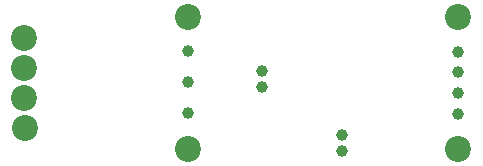
<source format=gbr>
%TF.GenerationSoftware,KiCad,Pcbnew,(5.1.9)-1*%
%TF.CreationDate,2021-08-27T14:21:39+03:00*%
%TF.ProjectId,Spina_SSM3J351,5370696e-615f-4535-934d-334a3335312e,rev?*%
%TF.SameCoordinates,Original*%
%TF.FileFunction,Soldermask,Bot*%
%TF.FilePolarity,Negative*%
%FSLAX46Y46*%
G04 Gerber Fmt 4.6, Leading zero omitted, Abs format (unit mm)*
G04 Created by KiCad (PCBNEW (5.1.9)-1) date 2021-08-27 14:21:39*
%MOMM*%
%LPD*%
G01*
G04 APERTURE LIST*
%ADD10C,2.200000*%
%ADD11C,1.000000*%
G04 APERTURE END LIST*
D10*
%TO.C,J1*%
X60706000Y-117576600D03*
%TD*%
%TO.C,J2*%
X60706000Y-120126000D03*
%TD*%
%TO.C,J3*%
X60706000Y-122666000D03*
%TD*%
%TO.C,J4*%
X60731400Y-125206000D03*
%TD*%
D11*
%TO.C,J5*%
X74574400Y-121259400D03*
%TD*%
%TO.C,J6*%
X97434400Y-120446800D03*
%TD*%
%TO.C,J7*%
X74574400Y-123901200D03*
%TD*%
%TO.C,J8*%
X97434400Y-118719600D03*
%TD*%
%TO.C,J9*%
X97434400Y-122199400D03*
%TD*%
%TO.C,J10*%
X74574400Y-118643200D03*
%TD*%
%TO.C,J11*%
X97434400Y-123952000D03*
%TD*%
%TO.C,J12*%
X80848200Y-120319800D03*
%TD*%
%TO.C,J13*%
X80848200Y-121666000D03*
%TD*%
%TO.C,J14*%
X87629800Y-127152400D03*
%TD*%
%TO.C,J15*%
X87630000Y-125806200D03*
%TD*%
D10*
%TO.C,J16*%
X74574400Y-115782600D03*
%TD*%
%TO.C,J17*%
X74549000Y-126935000D03*
%TD*%
%TO.C,J18*%
X97434400Y-126960400D03*
%TD*%
%TO.C,J19*%
X97434400Y-115782600D03*
%TD*%
M02*

</source>
